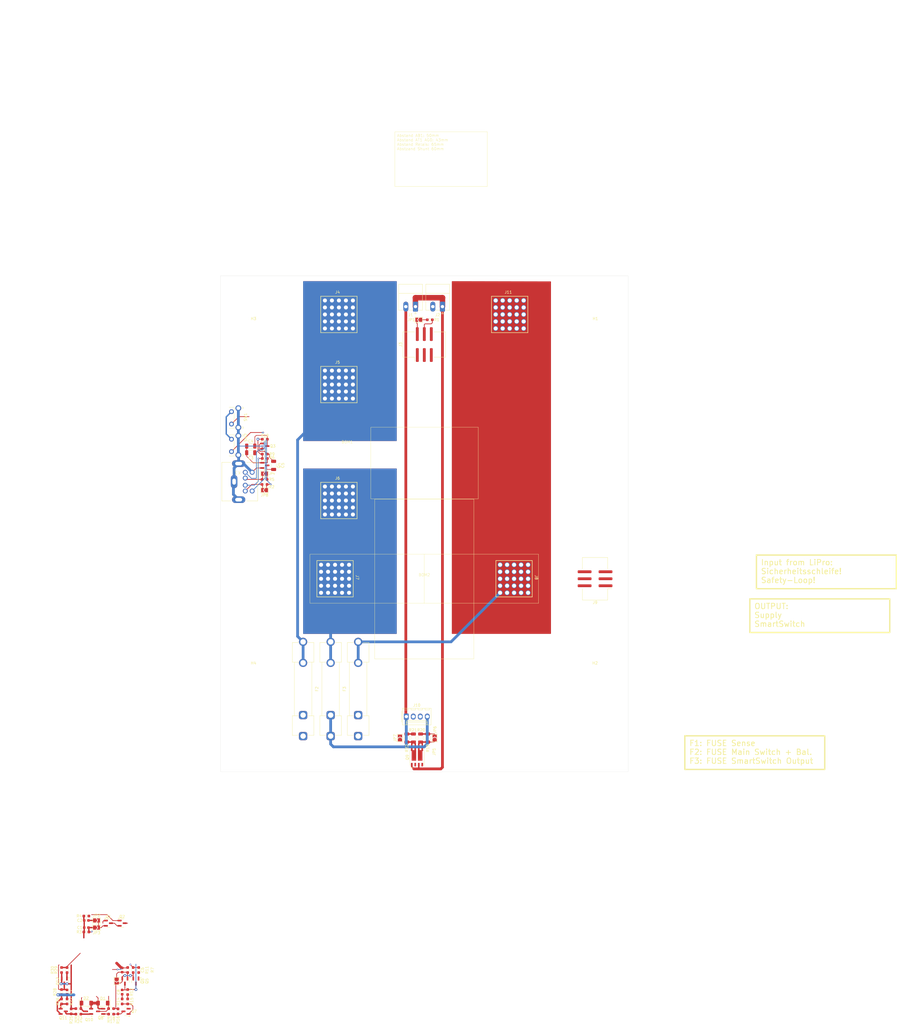
<source format=kicad_pcb>
(kicad_pcb
	(version 20240108)
	(generator "pcbnew")
	(generator_version "8.0")
	(general
		(thickness 1.6)
		(legacy_teardrops no)
	)
	(paper "A3" portrait)
	(layers
		(0 "F.Cu" signal)
		(31 "B.Cu" signal)
		(32 "B.Adhes" user "B.Adhesive")
		(33 "F.Adhes" user "F.Adhesive")
		(34 "B.Paste" user)
		(35 "F.Paste" user)
		(36 "B.SilkS" user "B.Silkscreen")
		(37 "F.SilkS" user "F.Silkscreen")
		(38 "B.Mask" user)
		(39 "F.Mask" user)
		(40 "Dwgs.User" user "User.Drawings")
		(41 "Cmts.User" user "User.Comments")
		(42 "Eco1.User" user "User.Eco1")
		(43 "Eco2.User" user "User.Eco2")
		(44 "Edge.Cuts" user)
		(45 "Margin" user)
		(46 "B.CrtYd" user "B.Courtyard")
		(47 "F.CrtYd" user "F.Courtyard")
		(48 "B.Fab" user)
		(49 "F.Fab" user)
		(50 "User.1" user)
		(51 "User.2" user)
		(52 "User.3" user)
		(53 "User.4" user)
		(54 "User.5" user)
		(55 "User.6" user)
		(56 "User.7" user)
		(57 "User.8" user)
		(58 "User.9" user)
	)
	(setup
		(pad_to_mask_clearance 0)
		(allow_soldermask_bridges_in_footprints no)
		(pcbplotparams
			(layerselection 0x00010fc_ffffffff)
			(plot_on_all_layers_selection 0x0000000_00000000)
			(disableapertmacros no)
			(usegerberextensions no)
			(usegerberattributes yes)
			(usegerberadvancedattributes yes)
			(creategerberjobfile yes)
			(dashed_line_dash_ratio 12.000000)
			(dashed_line_gap_ratio 3.000000)
			(svgprecision 4)
			(plotframeref no)
			(viasonmask no)
			(mode 1)
			(useauxorigin no)
			(hpglpennumber 1)
			(hpglpenspeed 20)
			(hpglpendiameter 15.000000)
			(pdf_front_fp_property_popups yes)
			(pdf_back_fp_property_popups yes)
			(dxfpolygonmode yes)
			(dxfimperialunits yes)
			(dxfusepcbnewfont yes)
			(psnegative no)
			(psa4output no)
			(plotreference yes)
			(plotvalue yes)
			(plotfptext yes)
			(plotinvisibletext no)
			(sketchpadsonfab no)
			(subtractmaskfromsilk no)
			(outputformat 1)
			(mirror no)
			(drillshape 1)
			(scaleselection 1)
			(outputdirectory "")
		)
	)
	(net 0 "")
	(net 1 "GND")
	(net 2 "Net-(J10-Pin_3)")
	(net 3 "Net-(J3-Pin_3)")
	(net 4 "/~{KILL_SWITCH_EN}")
	(net 5 "Net-(Q3-B)")
	(net 6 "/RESET")
	(net 7 "/SET")
	(net 8 "/Ub_FUSED")
	(net 9 "Net-(JP4-A)")
	(net 10 "Net-(C7-Pad1)")
	(net 11 "/Ub_in")
	(net 12 "/UB_in_main_si")
	(net 13 "/U_out")
	(net 14 "Net-(JP1-A)")
	(net 15 "Net-(Q1-C)")
	(net 16 "unconnected-(J9-Pin_6-Pad6)")
	(net 17 "Net-(Q7-B)")
	(net 18 "Net-(Q8-B)")
	(net 19 "unconnected-(J9-Pin_5-Pad5)")
	(net 20 "Net-(Q12-C)")
	(net 21 "Net-(Q11-C)")
	(net 22 "Net-(Q4-B)")
	(net 23 "Net-(Q10-B)")
	(net 24 "Net-(J3-Pin_1)")
	(net 25 "/SENSE+")
	(net 26 "/B")
	(net 27 "/A")
	(net 28 "Net-(C8-Pad2)")
	(net 29 "/LED_OFF")
	(net 30 "Net-(J10-Pin_2)")
	(net 31 "/BTN_ON")
	(net 32 "Net-(JP8-B)")
	(net 33 "/BTN_OFF")
	(net 34 "Net-(Q11-B)")
	(net 35 "Net-(Q12-B)")
	(net 36 "Net-(JP7-A)")
	(net 37 "Net-(JP4-B)")
	(net 38 "Net-(Q2-C)")
	(net 39 "Net-(Q5-B)")
	(net 40 "/U_out_fused")
	(net 41 "/SENSE-")
	(net 42 "Net-(Q3-C)")
	(net 43 "Net-(Q7-C)")
	(net 44 "unconnected-(J3-Pin_6-Pad6)")
	(net 45 "unconnected-(J3-Pin_5-Pad5)")
	(footprint "Jumper:SolderJumper-2_P1.3mm_Open_TrianglePad1.0x1.5mm" (layer "F.Cu") (at 172 136 180))
	(footprint "Package_TO_SOT_SMD:SOT-23" (layer "F.Cu") (at 42.9 387))
	(footprint "Resistor_SMD:R_0603_1608Metric_Pad0.98x0.95mm_HandSolder" (layer "F.Cu") (at 176 136))
	(footprint "Capacitor_SMD:C_0603_1608Metric" (layer "F.Cu") (at 51.3 356.6))
	(footprint "Capacitor_SMD:C_1206_3216Metric" (layer "F.Cu") (at 111 184.25))
	(footprint "Resistor_SMD:R_1206_3216Metric" (layer "F.Cu") (at 170.065 287.795 -90))
	(footprint "myWürthSHFU:WP-SHFU_7461098_HAL" (layer "F.Cu") (at 205 134.08))
	(footprint "Connector_Phoenix_MC:PhoenixContact_MC_1,5_2-G-3.5_1x02_P3.50mm_Horizontal" (layer "F.Cu") (at 170.795 131.2325 180))
	(footprint "Resistor_SMD:R_0603_1608Metric_Pad0.98x0.95mm_HandSolder" (layer "F.Cu") (at 42.3 383.4 90))
	(footprint "Resistor_SMD:R_1206_3216Metric" (layer "F.Cu") (at 175.265 287.795 -90))
	(footprint "Resistor_SMD:R_0603_1608Metric_Pad0.98x0.95mm_HandSolder" (layer "F.Cu") (at 44.3 372.0125 90))
	(footprint "Package_TO_SOT_SMD:SOT-23" (layer "F.Cu") (at 56.5 387 180))
	(footprint "MountingHole:MountingHole_8.4mm_M8" (layer "F.Cu") (at 236.1 145))
	(footprint "myWürthSHFU:WP-SHFU_7461098_HAL" (layer "F.Cu") (at 143 159.52))
	(footprint "Capacitor_SMD:C_0603_1608Metric" (layer "F.Cu") (at 64.3 372 -90))
	(footprint "Resistor_SMD:R_0603_1608Metric_Pad0.98x0.95mm_HandSolder" (layer "F.Cu") (at 42.3 380 -90))
	(footprint "Resistor_SMD:R_0603_1608Metric_Pad0.98x0.95mm_HandSolder" (layer "F.Cu") (at 66.3 380 -90))
	(footprint "Resistor_SMD:R_0603_1608Metric_Pad0.98x0.95mm_HandSolder" (layer "F.Cu") (at 42.3 372 90))
	(footprint "Jumper:SolderJumper-2_P1.3mm_Open_TrianglePad1.0x1.5mm" (layer "F.Cu") (at 165.165 287.795 90))
	(footprint "Capacitor_SMD:C_1206_3216Metric" (layer "F.Cu") (at 111 181.85))
	(footprint "Package_TO_SOT_SMD:SOT-23" (layer "F.Cu") (at 116.1 181.85))
	(footprint "Fuse:Fuseholder_Clip-6.3x32mm_Littelfuse_102_122_Inline_P34.21x7.62mm_D1.98mm_Horizontal" (layer "F.Cu") (at 130 287.105 90))
	(footprint "Package_TO_SOT_SMD:SOT-23" (layer "F.Cu") (at 65.3 376 -90))
	(footprint "Resistor_SMD:R_0603_1608Metric_Pad0.98x0.95mm_HandSolder" (layer "F.Cu") (at 48.4 388 180))
	(footprint "Resistor_SMD:R_0603_1608Metric_Pad0.98x0.95mm_HandSolder" (layer "F.Cu") (at 60.2875 386))
	(footprint "Jumper:SolderJumper-2_P1.3mm_Open_TrianglePad1.0x1.5mm" (layer "F.Cu") (at 177.765 287.795 90))
	(footprint "Resistor_SMD:R_0603_1608Metric_Pad0.98x0.95mm_HandSolder" (layer "F.Cu") (at 116.1 179.35 180))
	(footprint "Fuse:Fuseholder_Clip-6.3x32mm_Littelfuse_102_122_Inline_P34.21x7.62mm_D1.98mm_Horizontal" (layer "F.Cu") (at 140 287.105 90))
	(footprint "Connector_IDC:IDC-Header_2x03_P2.54mm_Vertical_SMD" (layer "F.Cu") (at 174 145 90))
	(footprint "Jumper:SolderJumper-2_P1.3mm_Open_TrianglePad1.0x1.5mm" (layer "F.Cu") (at 62.3 376 -90))
	(footprint "Resistor_SMD:R_0603_1608Metric_Pad0.98x0.95mm_HandSolder" (layer "F.Cu") (at 66.3 372 90))
	(footprint "greenMeter_v3:EB-DIOS-M06_PS_2-6" (layer "F.Cu") (at 107 194.75 90))
	(footprint "Package_TO_SOT_SMD:SOT-23" (layer "F.Cu") (at 116.1 188.85))
	(footprint "Resistor_SMD:R_0603_1608Metric_Pad0.98x0.95mm_HandSolder" (layer "F.Cu") (at 45.8 387 90))
	(footprint "Resistor_SMD:R_0603_1608Metric_Pad0.98x0.95mm_HandSolder" (layer "F.Cu") (at 116.1 184.75))
	(footprint "myWürthSHFU:WP-SHFU_7461098_HAL"
		(layer "F.Cu")
		(uuid "74206722-fe2e-41c9-b1f6-bde376783579")
		(at 141.6 230 -90)
		(descr "WP-SHFU External thread, full plain\nDrill hole specification for HAL\nThread M6 , 25pins\nMax Height = 15.5mm")
		(property "Reference" "J7"
			(at -0.5 -7.5 -90)
			(unlocked yes)
			(layer "F.SilkS")
			(uuid "ba134d1b-48a9-487c-8a87-59a1adcbd098")
			(effects
				(font
					(size 1 1)
					(thickness 0.15)
				)
				(justify bottom)
			)
		)
		(property "Value" "Würth RedCube"
			(at -3.5 8.8 -90)
			(unlocked yes)
			(layer "F.Fab")
			(uuid "ed02372e-aa3b-449b-b0bb-1320638e6946")
			(effects
				(font
					(size 1.1684 1.1684)
					(thickness 0.1016)
				)
				(justify left bottom)
			)
		)
		(property "Footprint" "myWürthSHFU:WP-SHFU_7461098_HAL"
			(at 0 0 -90)
			(layer "F.Fab")
			(hide yes)
			(uuid "7da6db5f-b80d-41b3-9954-50f08e55a8d6")
			(effects
				(font
					(size 1.27 1.27)
					(thickness 0.15)
				)
			)
		)
		(property "Datasheet" "https://www.lcsc.com/datasheet/lcsc_datasheet_2409261545_SAMZO-14580S0M5_C41416688.pdf"
			(at 0 0 -90)
			(layer "F.Fab")
			(hide yes)
			(uuid "fa204279-9c15-4447-bf3d-4d396905a332")
			(effects
				(font
					(size 1.27 1.27)
					(thickness 0.15)
				)
			)
		)
		(property "Description" "SCHRAUBANSCHLUSS M5 SMD 6-PIN 150A"
			(at 0 0 -90)
			(layer "F.Fab")
			(hide yes)
			(uuid "31c091c1-0b48-4600-a04c-2afca90026f7")
			(effects
				(font
					(size 1.27 1.27)
					(thickness 0.15)
				)
			)
		)
		(property "ECS Art#" "CON519"
			(at 0 0 -90)
			(unlocked yes)
			(layer "F.Fab")
			(hide yes)
			(uuid "56e4122b-45cb-4178-bfef-85e9d02ef1d0")
			(effects
				(font
					(size 1 1)
					(thickness 0.15)
				)
			)
		)
		(property "HAN" " 14580S0"
			(at 0 0 -90)
			(unlocked yes)
			(layer "F.Fab")
			(hide yes)
			(uuid "58d326e8-71f8-4f4f-92fc-ddc050235d0a")
			(effects
				(font
					(size 1 1)
					(thickness 0.15)
				)
			)
		)
		(property "Voltage" ""
			(at 0 0 -90)
			(unlocked yes)
			(layer "F.Fab")
			(hide yes)
			(uuid "f43954b8-803b-42a0-b092-a63bf38b1053")
			(effects
				(font
					(size 1 1)
					(thickness 0.15)
				)
			)
		)
		(property "Toleranz" ""
			(at 0 0 -90)
			(unlocked yes)
			(layer "F.Fab")
			(hide yes)
			(uuid "5178d12d-39e2-48ba-a958-73912a8f0f1d")
			(effects
				(font
					(size 1 1)
					(thickness 0.15)
				)
			)
		)
		(property "Hersteller" "SAMZO "
			(at 0 0 -90)
			(unlocked yes)
			(layer "F.Fab")
			(hide yes)
			(uuid "dbcccb71-9633-4e8c-9148-f5554dd93167")
			(eff
... [330029 chars truncated]
</source>
